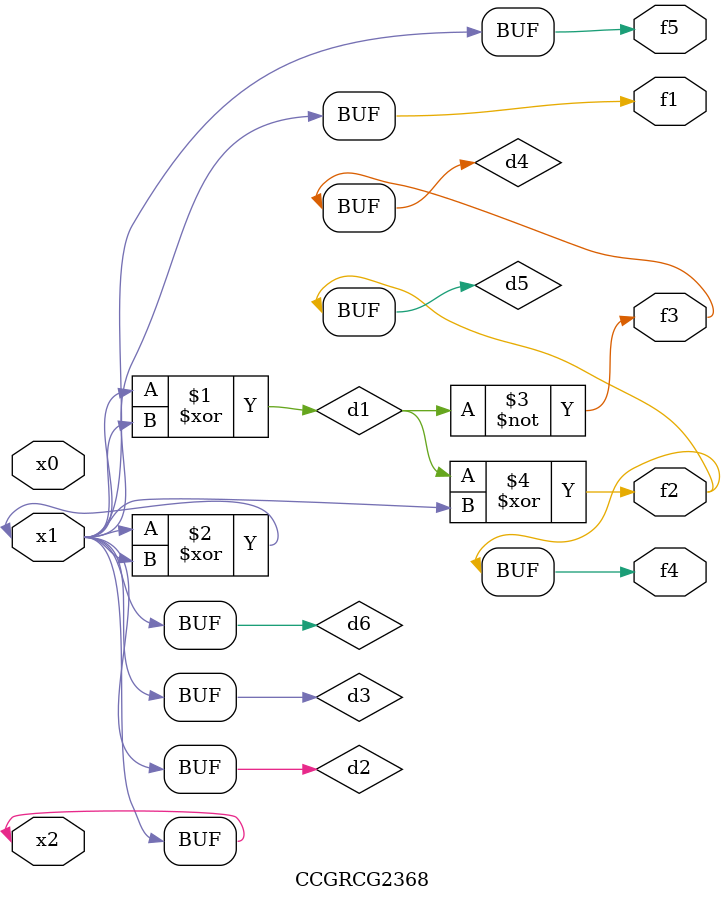
<source format=v>
module CCGRCG2368(
	input x0, x1, x2,
	output f1, f2, f3, f4, f5
);

	wire d1, d2, d3, d4, d5, d6;

	xor (d1, x1, x2);
	buf (d2, x1, x2);
	xor (d3, x1, x2);
	nor (d4, d1);
	xor (d5, d1, d2);
	buf (d6, d2, d3);
	assign f1 = d6;
	assign f2 = d5;
	assign f3 = d4;
	assign f4 = d5;
	assign f5 = d6;
endmodule

</source>
